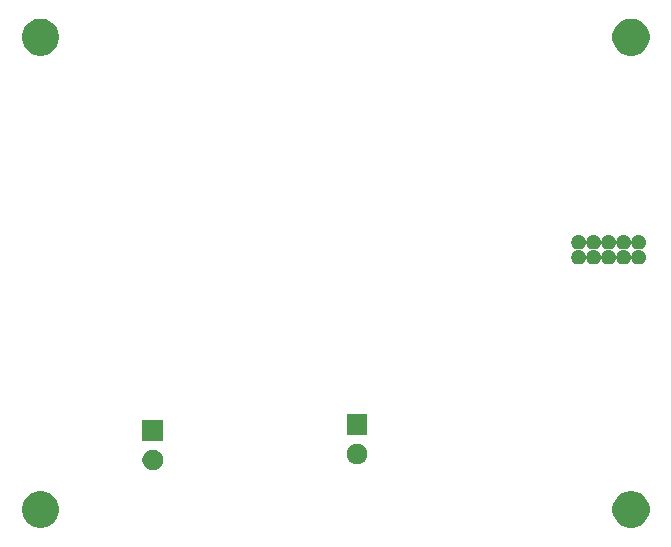
<source format=gbs>
G04 #@! TF.GenerationSoftware,KiCad,Pcbnew,(5.0.0-rc2-dev-70-g2da7199a3)*
G04 #@! TF.CreationDate,2018-03-19T21:57:52-04:00*
G04 #@! TF.ProjectId,analog,616E616C6F672E6B696361645F706362,rev?*
G04 #@! TF.SameCoordinates,Original*
G04 #@! TF.FileFunction,Soldermask,Bot*
G04 #@! TF.FilePolarity,Negative*
%FSLAX46Y46*%
G04 Gerber Fmt 4.6, Leading zero omitted, Abs format (unit mm)*
G04 Created by KiCad (PCBNEW (5.0.0-rc2-dev-70-g2da7199a3)) date 03/19/18 21:57:52*
%MOMM*%
%LPD*%
G01*
G04 APERTURE LIST*
%ADD10C,1.000000*%
G04 APERTURE END LIST*
D10*
G36*
X62957955Y-43490334D02*
X63243672Y-43608683D01*
X63243674Y-43608684D01*
X63500817Y-43780501D01*
X63719499Y-43999183D01*
X63719501Y-43999186D01*
X63719502Y-43999187D01*
X63891317Y-44256328D01*
X64009666Y-44542045D01*
X64070000Y-44845368D01*
X64070000Y-45154632D01*
X64009666Y-45457955D01*
X63891317Y-45743672D01*
X63891316Y-45743674D01*
X63719499Y-46000817D01*
X63500817Y-46219499D01*
X63243674Y-46391316D01*
X63243673Y-46391317D01*
X63243672Y-46391317D01*
X62957955Y-46509666D01*
X62654632Y-46570000D01*
X62345368Y-46570000D01*
X62042045Y-46509666D01*
X61756328Y-46391317D01*
X61756327Y-46391317D01*
X61756326Y-46391316D01*
X61499183Y-46219499D01*
X61280501Y-46000817D01*
X61108684Y-45743674D01*
X61108683Y-45743672D01*
X60990334Y-45457955D01*
X60930000Y-45154632D01*
X60930000Y-44845368D01*
X60990334Y-44542045D01*
X61108683Y-44256328D01*
X61280498Y-43999187D01*
X61280499Y-43999186D01*
X61280501Y-43999183D01*
X61499183Y-43780501D01*
X61756326Y-43608684D01*
X61756328Y-43608683D01*
X62042045Y-43490334D01*
X62345368Y-43430000D01*
X62654632Y-43430000D01*
X62957955Y-43490334D01*
X62957955Y-43490334D01*
G37*
G36*
X12957955Y-43490334D02*
X13243672Y-43608683D01*
X13243674Y-43608684D01*
X13500817Y-43780501D01*
X13719499Y-43999183D01*
X13719501Y-43999186D01*
X13719502Y-43999187D01*
X13891317Y-44256328D01*
X14009666Y-44542045D01*
X14070000Y-44845368D01*
X14070000Y-45154632D01*
X14009666Y-45457955D01*
X13891317Y-45743672D01*
X13891316Y-45743674D01*
X13719499Y-46000817D01*
X13500817Y-46219499D01*
X13243674Y-46391316D01*
X13243673Y-46391317D01*
X13243672Y-46391317D01*
X12957955Y-46509666D01*
X12654632Y-46570000D01*
X12345368Y-46570000D01*
X12042045Y-46509666D01*
X11756328Y-46391317D01*
X11756327Y-46391317D01*
X11756326Y-46391316D01*
X11499183Y-46219499D01*
X11280501Y-46000817D01*
X11108684Y-45743674D01*
X11108683Y-45743672D01*
X10990334Y-45457955D01*
X10930000Y-45154632D01*
X10930000Y-44845368D01*
X10990334Y-44542045D01*
X11108683Y-44256328D01*
X11280498Y-43999187D01*
X11280499Y-43999186D01*
X11280501Y-43999183D01*
X11499183Y-43780501D01*
X11756326Y-43608684D01*
X11756328Y-43608683D01*
X12042045Y-43490334D01*
X12345368Y-43430000D01*
X12654632Y-43430000D01*
X12957955Y-43490334D01*
X12957955Y-43490334D01*
G37*
G36*
X22253770Y-39963433D02*
X22412100Y-40029016D01*
X22554593Y-40124227D01*
X22675773Y-40245407D01*
X22770984Y-40387900D01*
X22836567Y-40546230D01*
X22870000Y-40714312D01*
X22870000Y-40885688D01*
X22836567Y-41053770D01*
X22770984Y-41212100D01*
X22675773Y-41354593D01*
X22554593Y-41475773D01*
X22412100Y-41570984D01*
X22253770Y-41636567D01*
X22085688Y-41670000D01*
X21914312Y-41670000D01*
X21746230Y-41636567D01*
X21587900Y-41570984D01*
X21445407Y-41475773D01*
X21324227Y-41354593D01*
X21229016Y-41212100D01*
X21163433Y-41053770D01*
X21130000Y-40885688D01*
X21130000Y-40714312D01*
X21163433Y-40546230D01*
X21229016Y-40387900D01*
X21324227Y-40245407D01*
X21445407Y-40124227D01*
X21587900Y-40029016D01*
X21746230Y-39963433D01*
X21914312Y-39930000D01*
X22085688Y-39930000D01*
X22253770Y-39963433D01*
X22253770Y-39963433D01*
G37*
G36*
X39553770Y-39463433D02*
X39712100Y-39529016D01*
X39854593Y-39624227D01*
X39975773Y-39745407D01*
X40070984Y-39887900D01*
X40136567Y-40046230D01*
X40170000Y-40214312D01*
X40170000Y-40385688D01*
X40136567Y-40553770D01*
X40070984Y-40712100D01*
X39975773Y-40854593D01*
X39854593Y-40975773D01*
X39712100Y-41070984D01*
X39553770Y-41136567D01*
X39385688Y-41170000D01*
X39214312Y-41170000D01*
X39046230Y-41136567D01*
X38887900Y-41070984D01*
X38745407Y-40975773D01*
X38624227Y-40854593D01*
X38529016Y-40712100D01*
X38463433Y-40553770D01*
X38430000Y-40385688D01*
X38430000Y-40214312D01*
X38463433Y-40046230D01*
X38529016Y-39887900D01*
X38624227Y-39745407D01*
X38745407Y-39624227D01*
X38887900Y-39529016D01*
X39046230Y-39463433D01*
X39214312Y-39430000D01*
X39385688Y-39430000D01*
X39553770Y-39463433D01*
X39553770Y-39463433D01*
G37*
G36*
X22870000Y-39170000D02*
X21130000Y-39170000D01*
X21130000Y-37430000D01*
X22870000Y-37430000D01*
X22870000Y-39170000D01*
X22870000Y-39170000D01*
G37*
G36*
X40170000Y-38670000D02*
X38430000Y-38670000D01*
X38430000Y-36930000D01*
X40170000Y-36930000D01*
X40170000Y-38670000D01*
X40170000Y-38670000D01*
G37*
G36*
X62050847Y-23038826D02*
X62050849Y-23038827D01*
X62050850Y-23038827D01*
X62163678Y-23085562D01*
X62163680Y-23085563D01*
X62265227Y-23153414D01*
X62351586Y-23239773D01*
X62419437Y-23341320D01*
X62466174Y-23454153D01*
X62490000Y-23573935D01*
X62490000Y-23696065D01*
X62466174Y-23815847D01*
X62419437Y-23928680D01*
X62351586Y-24030227D01*
X62265227Y-24116586D01*
X62163680Y-24184437D01*
X62163679Y-24184438D01*
X62163678Y-24184438D01*
X62050850Y-24231173D01*
X62050849Y-24231173D01*
X62050847Y-24231174D01*
X61931065Y-24255000D01*
X61808935Y-24255000D01*
X61689153Y-24231174D01*
X61689151Y-24231173D01*
X61689150Y-24231173D01*
X61576322Y-24184438D01*
X61576321Y-24184438D01*
X61576320Y-24184437D01*
X61474773Y-24116586D01*
X61388414Y-24030227D01*
X61320563Y-23928680D01*
X61273826Y-23815847D01*
X61250000Y-23696065D01*
X61250000Y-23573935D01*
X61273826Y-23454153D01*
X61320563Y-23341320D01*
X61388414Y-23239773D01*
X61474773Y-23153414D01*
X61576320Y-23085563D01*
X61576322Y-23085562D01*
X61689150Y-23038827D01*
X61689151Y-23038827D01*
X61689153Y-23038826D01*
X61808935Y-23015000D01*
X61931065Y-23015000D01*
X62050847Y-23038826D01*
X62050847Y-23038826D01*
G37*
G36*
X63320847Y-23038826D02*
X63320849Y-23038827D01*
X63320850Y-23038827D01*
X63433678Y-23085562D01*
X63433680Y-23085563D01*
X63535227Y-23153414D01*
X63621586Y-23239773D01*
X63689437Y-23341320D01*
X63736174Y-23454153D01*
X63760000Y-23573935D01*
X63760000Y-23696065D01*
X63736174Y-23815847D01*
X63689437Y-23928680D01*
X63621586Y-24030227D01*
X63535227Y-24116586D01*
X63433680Y-24184437D01*
X63433679Y-24184438D01*
X63433678Y-24184438D01*
X63320850Y-24231173D01*
X63320849Y-24231173D01*
X63320847Y-24231174D01*
X63201065Y-24255000D01*
X63078935Y-24255000D01*
X62959153Y-24231174D01*
X62959151Y-24231173D01*
X62959150Y-24231173D01*
X62846322Y-24184438D01*
X62846321Y-24184438D01*
X62846320Y-24184437D01*
X62744773Y-24116586D01*
X62658414Y-24030227D01*
X62590563Y-23928680D01*
X62543826Y-23815847D01*
X62520000Y-23696065D01*
X62520000Y-23573935D01*
X62543826Y-23454153D01*
X62590563Y-23341320D01*
X62658414Y-23239773D01*
X62744773Y-23153414D01*
X62846320Y-23085563D01*
X62846322Y-23085562D01*
X62959150Y-23038827D01*
X62959151Y-23038827D01*
X62959153Y-23038826D01*
X63078935Y-23015000D01*
X63201065Y-23015000D01*
X63320847Y-23038826D01*
X63320847Y-23038826D01*
G37*
G36*
X60780847Y-23038826D02*
X60780849Y-23038827D01*
X60780850Y-23038827D01*
X60893678Y-23085562D01*
X60893680Y-23085563D01*
X60995227Y-23153414D01*
X61081586Y-23239773D01*
X61149437Y-23341320D01*
X61196174Y-23454153D01*
X61220000Y-23573935D01*
X61220000Y-23696065D01*
X61196174Y-23815847D01*
X61149437Y-23928680D01*
X61081586Y-24030227D01*
X60995227Y-24116586D01*
X60893680Y-24184437D01*
X60893679Y-24184438D01*
X60893678Y-24184438D01*
X60780850Y-24231173D01*
X60780849Y-24231173D01*
X60780847Y-24231174D01*
X60661065Y-24255000D01*
X60538935Y-24255000D01*
X60419153Y-24231174D01*
X60419151Y-24231173D01*
X60419150Y-24231173D01*
X60306322Y-24184438D01*
X60306321Y-24184438D01*
X60306320Y-24184437D01*
X60204773Y-24116586D01*
X60118414Y-24030227D01*
X60050563Y-23928680D01*
X60003826Y-23815847D01*
X59980000Y-23696065D01*
X59980000Y-23573935D01*
X60003826Y-23454153D01*
X60050563Y-23341320D01*
X60118414Y-23239773D01*
X60204773Y-23153414D01*
X60306320Y-23085563D01*
X60306322Y-23085562D01*
X60419150Y-23038827D01*
X60419151Y-23038827D01*
X60419153Y-23038826D01*
X60538935Y-23015000D01*
X60661065Y-23015000D01*
X60780847Y-23038826D01*
X60780847Y-23038826D01*
G37*
G36*
X59510847Y-23038826D02*
X59510849Y-23038827D01*
X59510850Y-23038827D01*
X59623678Y-23085562D01*
X59623680Y-23085563D01*
X59725227Y-23153414D01*
X59811586Y-23239773D01*
X59879437Y-23341320D01*
X59926174Y-23454153D01*
X59950000Y-23573935D01*
X59950000Y-23696065D01*
X59926174Y-23815847D01*
X59879437Y-23928680D01*
X59811586Y-24030227D01*
X59725227Y-24116586D01*
X59623680Y-24184437D01*
X59623679Y-24184438D01*
X59623678Y-24184438D01*
X59510850Y-24231173D01*
X59510849Y-24231173D01*
X59510847Y-24231174D01*
X59391065Y-24255000D01*
X59268935Y-24255000D01*
X59149153Y-24231174D01*
X59149151Y-24231173D01*
X59149150Y-24231173D01*
X59036322Y-24184438D01*
X59036321Y-24184438D01*
X59036320Y-24184437D01*
X58934773Y-24116586D01*
X58848414Y-24030227D01*
X58780563Y-23928680D01*
X58733826Y-23815847D01*
X58710000Y-23696065D01*
X58710000Y-23573935D01*
X58733826Y-23454153D01*
X58780563Y-23341320D01*
X58848414Y-23239773D01*
X58934773Y-23153414D01*
X59036320Y-23085563D01*
X59036322Y-23085562D01*
X59149150Y-23038827D01*
X59149151Y-23038827D01*
X59149153Y-23038826D01*
X59268935Y-23015000D01*
X59391065Y-23015000D01*
X59510847Y-23038826D01*
X59510847Y-23038826D01*
G37*
G36*
X58240847Y-23038826D02*
X58240849Y-23038827D01*
X58240850Y-23038827D01*
X58353678Y-23085562D01*
X58353680Y-23085563D01*
X58455227Y-23153414D01*
X58541586Y-23239773D01*
X58609437Y-23341320D01*
X58656174Y-23454153D01*
X58680000Y-23573935D01*
X58680000Y-23696065D01*
X58656174Y-23815847D01*
X58609437Y-23928680D01*
X58541586Y-24030227D01*
X58455227Y-24116586D01*
X58353680Y-24184437D01*
X58353679Y-24184438D01*
X58353678Y-24184438D01*
X58240850Y-24231173D01*
X58240849Y-24231173D01*
X58240847Y-24231174D01*
X58121065Y-24255000D01*
X57998935Y-24255000D01*
X57879153Y-24231174D01*
X57879151Y-24231173D01*
X57879150Y-24231173D01*
X57766322Y-24184438D01*
X57766321Y-24184438D01*
X57766320Y-24184437D01*
X57664773Y-24116586D01*
X57578414Y-24030227D01*
X57510563Y-23928680D01*
X57463826Y-23815847D01*
X57440000Y-23696065D01*
X57440000Y-23573935D01*
X57463826Y-23454153D01*
X57510563Y-23341320D01*
X57578414Y-23239773D01*
X57664773Y-23153414D01*
X57766320Y-23085563D01*
X57766322Y-23085562D01*
X57879150Y-23038827D01*
X57879151Y-23038827D01*
X57879153Y-23038826D01*
X57998935Y-23015000D01*
X58121065Y-23015000D01*
X58240847Y-23038826D01*
X58240847Y-23038826D01*
G37*
G36*
X62050847Y-21768826D02*
X62050849Y-21768827D01*
X62050850Y-21768827D01*
X62163678Y-21815562D01*
X62163680Y-21815563D01*
X62265227Y-21883414D01*
X62351586Y-21969773D01*
X62419437Y-22071320D01*
X62466174Y-22184153D01*
X62490000Y-22303935D01*
X62490000Y-22426065D01*
X62466174Y-22545847D01*
X62419437Y-22658680D01*
X62351586Y-22760227D01*
X62265227Y-22846586D01*
X62163680Y-22914437D01*
X62163679Y-22914438D01*
X62163678Y-22914438D01*
X62050850Y-22961173D01*
X62050849Y-22961173D01*
X62050847Y-22961174D01*
X61931065Y-22985000D01*
X61808935Y-22985000D01*
X61689153Y-22961174D01*
X61689151Y-22961173D01*
X61689150Y-22961173D01*
X61576322Y-22914438D01*
X61576321Y-22914438D01*
X61576320Y-22914437D01*
X61474773Y-22846586D01*
X61388414Y-22760227D01*
X61320563Y-22658680D01*
X61273826Y-22545847D01*
X61250000Y-22426065D01*
X61250000Y-22303935D01*
X61273826Y-22184153D01*
X61320563Y-22071320D01*
X61388414Y-21969773D01*
X61474773Y-21883414D01*
X61576320Y-21815563D01*
X61576322Y-21815562D01*
X61689150Y-21768827D01*
X61689151Y-21768827D01*
X61689153Y-21768826D01*
X61808935Y-21745000D01*
X61931065Y-21745000D01*
X62050847Y-21768826D01*
X62050847Y-21768826D01*
G37*
G36*
X58240847Y-21768826D02*
X58240849Y-21768827D01*
X58240850Y-21768827D01*
X58353678Y-21815562D01*
X58353680Y-21815563D01*
X58455227Y-21883414D01*
X58541586Y-21969773D01*
X58609437Y-22071320D01*
X58656174Y-22184153D01*
X58680000Y-22303935D01*
X58680000Y-22426065D01*
X58656174Y-22545847D01*
X58609437Y-22658680D01*
X58541586Y-22760227D01*
X58455227Y-22846586D01*
X58353680Y-22914437D01*
X58353679Y-22914438D01*
X58353678Y-22914438D01*
X58240850Y-22961173D01*
X58240849Y-22961173D01*
X58240847Y-22961174D01*
X58121065Y-22985000D01*
X57998935Y-22985000D01*
X57879153Y-22961174D01*
X57879151Y-22961173D01*
X57879150Y-22961173D01*
X57766322Y-22914438D01*
X57766321Y-22914438D01*
X57766320Y-22914437D01*
X57664773Y-22846586D01*
X57578414Y-22760227D01*
X57510563Y-22658680D01*
X57463826Y-22545847D01*
X57440000Y-22426065D01*
X57440000Y-22303935D01*
X57463826Y-22184153D01*
X57510563Y-22071320D01*
X57578414Y-21969773D01*
X57664773Y-21883414D01*
X57766320Y-21815563D01*
X57766322Y-21815562D01*
X57879150Y-21768827D01*
X57879151Y-21768827D01*
X57879153Y-21768826D01*
X57998935Y-21745000D01*
X58121065Y-21745000D01*
X58240847Y-21768826D01*
X58240847Y-21768826D01*
G37*
G36*
X59510847Y-21768826D02*
X59510849Y-21768827D01*
X59510850Y-21768827D01*
X59623678Y-21815562D01*
X59623680Y-21815563D01*
X59725227Y-21883414D01*
X59811586Y-21969773D01*
X59879437Y-22071320D01*
X59926174Y-22184153D01*
X59950000Y-22303935D01*
X59950000Y-22426065D01*
X59926174Y-22545847D01*
X59879437Y-22658680D01*
X59811586Y-22760227D01*
X59725227Y-22846586D01*
X59623680Y-22914437D01*
X59623679Y-22914438D01*
X59623678Y-22914438D01*
X59510850Y-22961173D01*
X59510849Y-22961173D01*
X59510847Y-22961174D01*
X59391065Y-22985000D01*
X59268935Y-22985000D01*
X59149153Y-22961174D01*
X59149151Y-22961173D01*
X59149150Y-22961173D01*
X59036322Y-22914438D01*
X59036321Y-22914438D01*
X59036320Y-22914437D01*
X58934773Y-22846586D01*
X58848414Y-22760227D01*
X58780563Y-22658680D01*
X58733826Y-22545847D01*
X58710000Y-22426065D01*
X58710000Y-22303935D01*
X58733826Y-22184153D01*
X58780563Y-22071320D01*
X58848414Y-21969773D01*
X58934773Y-21883414D01*
X59036320Y-21815563D01*
X59036322Y-21815562D01*
X59149150Y-21768827D01*
X59149151Y-21768827D01*
X59149153Y-21768826D01*
X59268935Y-21745000D01*
X59391065Y-21745000D01*
X59510847Y-21768826D01*
X59510847Y-21768826D01*
G37*
G36*
X60780847Y-21768826D02*
X60780849Y-21768827D01*
X60780850Y-21768827D01*
X60893678Y-21815562D01*
X60893680Y-21815563D01*
X60995227Y-21883414D01*
X61081586Y-21969773D01*
X61149437Y-22071320D01*
X61196174Y-22184153D01*
X61220000Y-22303935D01*
X61220000Y-22426065D01*
X61196174Y-22545847D01*
X61149437Y-22658680D01*
X61081586Y-22760227D01*
X60995227Y-22846586D01*
X60893680Y-22914437D01*
X60893679Y-22914438D01*
X60893678Y-22914438D01*
X60780850Y-22961173D01*
X60780849Y-22961173D01*
X60780847Y-22961174D01*
X60661065Y-22985000D01*
X60538935Y-22985000D01*
X60419153Y-22961174D01*
X60419151Y-22961173D01*
X60419150Y-22961173D01*
X60306322Y-22914438D01*
X60306321Y-22914438D01*
X60306320Y-22914437D01*
X60204773Y-22846586D01*
X60118414Y-22760227D01*
X60050563Y-22658680D01*
X60003826Y-22545847D01*
X59980000Y-22426065D01*
X59980000Y-22303935D01*
X60003826Y-22184153D01*
X60050563Y-22071320D01*
X60118414Y-21969773D01*
X60204773Y-21883414D01*
X60306320Y-21815563D01*
X60306322Y-21815562D01*
X60419150Y-21768827D01*
X60419151Y-21768827D01*
X60419153Y-21768826D01*
X60538935Y-21745000D01*
X60661065Y-21745000D01*
X60780847Y-21768826D01*
X60780847Y-21768826D01*
G37*
G36*
X63320847Y-21768826D02*
X63320849Y-21768827D01*
X63320850Y-21768827D01*
X63433678Y-21815562D01*
X63433680Y-21815563D01*
X63535227Y-21883414D01*
X63621586Y-21969773D01*
X63689437Y-22071320D01*
X63736174Y-22184153D01*
X63760000Y-22303935D01*
X63760000Y-22426065D01*
X63736174Y-22545847D01*
X63689437Y-22658680D01*
X63621586Y-22760227D01*
X63535227Y-22846586D01*
X63433680Y-22914437D01*
X63433679Y-22914438D01*
X63433678Y-22914438D01*
X63320850Y-22961173D01*
X63320849Y-22961173D01*
X63320847Y-22961174D01*
X63201065Y-22985000D01*
X63078935Y-22985000D01*
X62959153Y-22961174D01*
X62959151Y-22961173D01*
X62959150Y-22961173D01*
X62846322Y-22914438D01*
X62846321Y-22914438D01*
X62846320Y-22914437D01*
X62744773Y-22846586D01*
X62658414Y-22760227D01*
X62590563Y-22658680D01*
X62543826Y-22545847D01*
X62520000Y-22426065D01*
X62520000Y-22303935D01*
X62543826Y-22184153D01*
X62590563Y-22071320D01*
X62658414Y-21969773D01*
X62744773Y-21883414D01*
X62846320Y-21815563D01*
X62846322Y-21815562D01*
X62959150Y-21768827D01*
X62959151Y-21768827D01*
X62959153Y-21768826D01*
X63078935Y-21745000D01*
X63201065Y-21745000D01*
X63320847Y-21768826D01*
X63320847Y-21768826D01*
G37*
G36*
X62957955Y-3490334D02*
X63243672Y-3608683D01*
X63243674Y-3608684D01*
X63500817Y-3780501D01*
X63719499Y-3999183D01*
X63719501Y-3999186D01*
X63719502Y-3999187D01*
X63891317Y-4256328D01*
X64009666Y-4542045D01*
X64070000Y-4845368D01*
X64070000Y-5154632D01*
X64009666Y-5457955D01*
X63891317Y-5743672D01*
X63891316Y-5743674D01*
X63719499Y-6000817D01*
X63500817Y-6219499D01*
X63243674Y-6391316D01*
X63243673Y-6391317D01*
X63243672Y-6391317D01*
X62957955Y-6509666D01*
X62654632Y-6570000D01*
X62345368Y-6570000D01*
X62042045Y-6509666D01*
X61756328Y-6391317D01*
X61756327Y-6391317D01*
X61756326Y-6391316D01*
X61499183Y-6219499D01*
X61280501Y-6000817D01*
X61108684Y-5743674D01*
X61108683Y-5743672D01*
X60990334Y-5457955D01*
X60930000Y-5154632D01*
X60930000Y-4845368D01*
X60990334Y-4542045D01*
X61108683Y-4256328D01*
X61280498Y-3999187D01*
X61280499Y-3999186D01*
X61280501Y-3999183D01*
X61499183Y-3780501D01*
X61756326Y-3608684D01*
X61756328Y-3608683D01*
X62042045Y-3490334D01*
X62345368Y-3430000D01*
X62654632Y-3430000D01*
X62957955Y-3490334D01*
X62957955Y-3490334D01*
G37*
G36*
X12957955Y-3490334D02*
X13243672Y-3608683D01*
X13243674Y-3608684D01*
X13500817Y-3780501D01*
X13719499Y-3999183D01*
X13719501Y-3999186D01*
X13719502Y-3999187D01*
X13891317Y-4256328D01*
X14009666Y-4542045D01*
X14070000Y-4845368D01*
X14070000Y-5154632D01*
X14009666Y-5457955D01*
X13891317Y-5743672D01*
X13891316Y-5743674D01*
X13719499Y-6000817D01*
X13500817Y-6219499D01*
X13243674Y-6391316D01*
X13243673Y-6391317D01*
X13243672Y-6391317D01*
X12957955Y-6509666D01*
X12654632Y-6570000D01*
X12345368Y-6570000D01*
X12042045Y-6509666D01*
X11756328Y-6391317D01*
X11756327Y-6391317D01*
X11756326Y-6391316D01*
X11499183Y-6219499D01*
X11280501Y-6000817D01*
X11108684Y-5743674D01*
X11108683Y-5743672D01*
X10990334Y-5457955D01*
X10930000Y-5154632D01*
X10930000Y-4845368D01*
X10990334Y-4542045D01*
X11108683Y-4256328D01*
X11280498Y-3999187D01*
X11280499Y-3999186D01*
X11280501Y-3999183D01*
X11499183Y-3780501D01*
X11756326Y-3608684D01*
X11756328Y-3608683D01*
X12042045Y-3490334D01*
X12345368Y-3430000D01*
X12654632Y-3430000D01*
X12957955Y-3490334D01*
X12957955Y-3490334D01*
G37*
M02*

</source>
